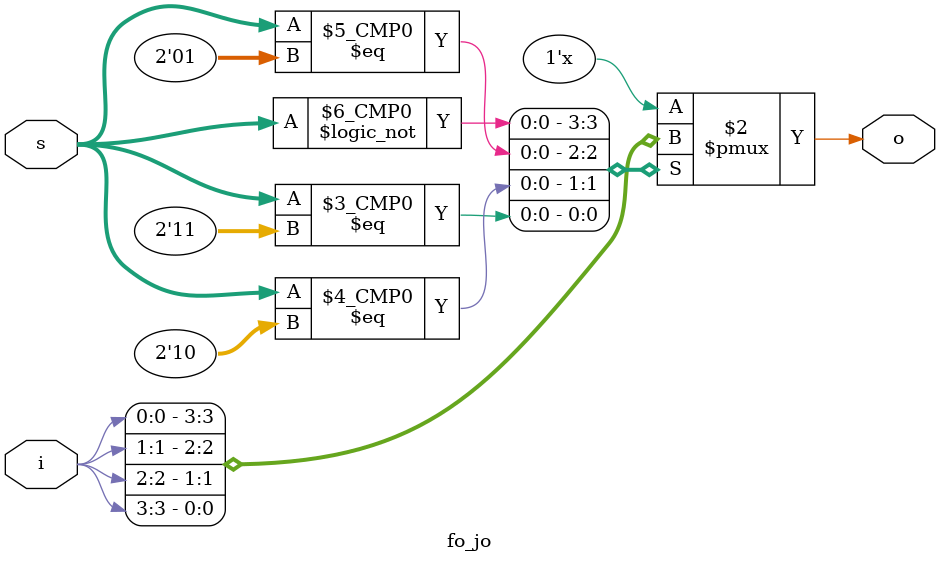
<source format=sv>
module fo_jo(i,s,o);
input [3:0]i;
input [1:0]s;
output reg o;

always @(*) begin
    case (s)
   2'b00 : o = i[0];
   2'b01 : o = i[1];
   2'b10 : o = i[2];
   2'b11 : o = i[3];
    default: o = 1'b0;
endcase
end


endmodule

</source>
